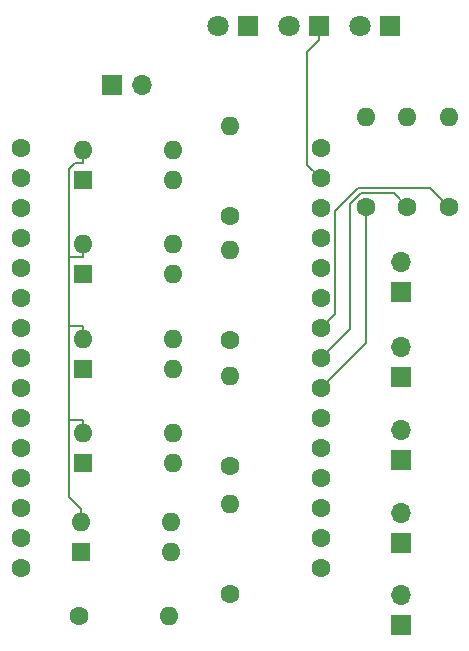
<source format=gtl>
G04 #@! TF.GenerationSoftware,KiCad,Pcbnew,8.0.6*
G04 #@! TF.CreationDate,2025-10-25T19:24:46+02:00*
G04 #@! TF.ProjectId,COSMO Adapter v1.0,434f534d-4f20-4416-9461-707465722076,rev?*
G04 #@! TF.SameCoordinates,Original*
G04 #@! TF.FileFunction,Copper,L1,Top*
G04 #@! TF.FilePolarity,Positive*
%FSLAX46Y46*%
G04 Gerber Fmt 4.6, Leading zero omitted, Abs format (unit mm)*
G04 Created by KiCad (PCBNEW 8.0.6) date 2025-10-25 19:24:46*
%MOMM*%
%LPD*%
G01*
G04 APERTURE LIST*
G04 #@! TA.AperFunction,ComponentPad*
%ADD10R,1.700000X1.700000*%
G04 #@! TD*
G04 #@! TA.AperFunction,ComponentPad*
%ADD11O,1.700000X1.700000*%
G04 #@! TD*
G04 #@! TA.AperFunction,ComponentPad*
%ADD12C,1.600000*%
G04 #@! TD*
G04 #@! TA.AperFunction,ComponentPad*
%ADD13O,1.600000X1.600000*%
G04 #@! TD*
G04 #@! TA.AperFunction,ComponentPad*
%ADD14R,1.800000X1.800000*%
G04 #@! TD*
G04 #@! TA.AperFunction,ComponentPad*
%ADD15C,1.800000*%
G04 #@! TD*
G04 #@! TA.AperFunction,ComponentPad*
%ADD16R,1.600000X1.600000*%
G04 #@! TD*
G04 #@! TA.AperFunction,Conductor*
%ADD17C,0.200000*%
G04 #@! TD*
G04 APERTURE END LIST*
D10*
X166500000Y-117275000D03*
D11*
X166500000Y-114735000D03*
D12*
X163500000Y-88810000D03*
D13*
X163500000Y-81190000D03*
D10*
X166500000Y-124275000D03*
D11*
X166500000Y-121735000D03*
D12*
X134255000Y-83875000D03*
X134255000Y-91495000D03*
X134255000Y-94035000D03*
X134255000Y-101655000D03*
X159655000Y-91495000D03*
X159655000Y-88955000D03*
X159655000Y-94035000D03*
X134255000Y-88955000D03*
X134255000Y-104195000D03*
X134255000Y-106735000D03*
X134255000Y-109275000D03*
X134255000Y-116895000D03*
X134255000Y-119435000D03*
X159655000Y-101655000D03*
X159655000Y-99115000D03*
X159655000Y-96575000D03*
X159655000Y-106735000D03*
X159655000Y-104195000D03*
X159655000Y-111815000D03*
X159655000Y-109275000D03*
X159655000Y-119435000D03*
X134255000Y-86415000D03*
X159655000Y-86415000D03*
X134255000Y-111815000D03*
X134255000Y-96575000D03*
X134255000Y-114355000D03*
X134255000Y-99115000D03*
X159655000Y-83875000D03*
X159655000Y-114355000D03*
X159655000Y-116895000D03*
D10*
X166500000Y-110275000D03*
D11*
X166500000Y-107735000D03*
D10*
X166500000Y-96040000D03*
D11*
X166500000Y-93500000D03*
D10*
X141960000Y-78500000D03*
D11*
X144500000Y-78500000D03*
D12*
X170500000Y-88810000D03*
D13*
X170500000Y-81190000D03*
D10*
X166500000Y-103275000D03*
D11*
X166500000Y-100735000D03*
D12*
X167000000Y-88810000D03*
D13*
X167000000Y-81190000D03*
D12*
X139190000Y-123500000D03*
D13*
X146810000Y-123500000D03*
D14*
X165500000Y-73500000D03*
D15*
X162960000Y-73500000D03*
D12*
X152000000Y-89620000D03*
D13*
X152000000Y-82000000D03*
D12*
X152000000Y-121620000D03*
D13*
X152000000Y-114000000D03*
D16*
X139380000Y-118040000D03*
D13*
X139380000Y-115500000D03*
X147000000Y-115500000D03*
X147000000Y-118040000D03*
D14*
X159500000Y-73500000D03*
D15*
X156960000Y-73500000D03*
D16*
X139500000Y-94500000D03*
D13*
X139500000Y-91960000D03*
X147120000Y-91960000D03*
X147120000Y-94500000D03*
D14*
X153500000Y-73500000D03*
D15*
X150960000Y-73500000D03*
D16*
X139500000Y-110540000D03*
D13*
X139500000Y-108000000D03*
X147120000Y-108000000D03*
X147120000Y-110540000D03*
D12*
X152000000Y-110810000D03*
D13*
X152000000Y-103190000D03*
D16*
X139500000Y-102540000D03*
D13*
X139500000Y-100000000D03*
X147120000Y-100000000D03*
X147120000Y-102540000D03*
D16*
X139500000Y-86540000D03*
D13*
X139500000Y-84000000D03*
X147120000Y-84000000D03*
X147120000Y-86540000D03*
D12*
X152000000Y-100120000D03*
D13*
X152000000Y-92500000D03*
D17*
X163500000Y-100350000D02*
X163500000Y-88810000D01*
X159655000Y-104195000D02*
X163500000Y-100350000D01*
X165859200Y-87669200D02*
X167000000Y-88810000D01*
X163041200Y-87669200D02*
X165859200Y-87669200D01*
X162158400Y-88552000D02*
X163041200Y-87669200D01*
X162158400Y-99151600D02*
X162158400Y-88552000D01*
X159655000Y-101655000D02*
X162158400Y-99151600D01*
X168939800Y-87249800D02*
X170500000Y-88810000D01*
X162810600Y-87249800D02*
X168939800Y-87249800D01*
X160838100Y-89222300D02*
X162810600Y-87249800D01*
X160838100Y-97931900D02*
X160838100Y-89222300D01*
X159655000Y-99115000D02*
X160838100Y-97931900D01*
X139500000Y-100000000D02*
X139500000Y-98898300D01*
X139500000Y-91960000D02*
X139500000Y-93061700D01*
X139500000Y-98898300D02*
X138376100Y-98898300D01*
X139500000Y-108000000D02*
X139500000Y-106898300D01*
X139380000Y-115500000D02*
X139380000Y-114398300D01*
X139500000Y-106898300D02*
X138376100Y-106898300D01*
X138376100Y-98898300D02*
X138376100Y-106898300D01*
X138376100Y-113394400D02*
X139380000Y-114398300D01*
X138376100Y-106898300D02*
X138376100Y-113394400D01*
X139500000Y-84000000D02*
X139500000Y-85101700D01*
X138376100Y-93061700D02*
X139500000Y-93061700D01*
X138376100Y-98898300D02*
X138376100Y-93061700D01*
X138882100Y-85101700D02*
X139500000Y-85101700D01*
X138376100Y-85607700D02*
X138882100Y-85101700D01*
X138376100Y-93061700D02*
X138376100Y-85607700D01*
X158495100Y-75706600D02*
X159500000Y-74701700D01*
X158495100Y-85255100D02*
X158495100Y-75706600D01*
X159655000Y-86415000D02*
X158495100Y-85255100D01*
X159500000Y-73500000D02*
X159500000Y-74701700D01*
M02*

</source>
